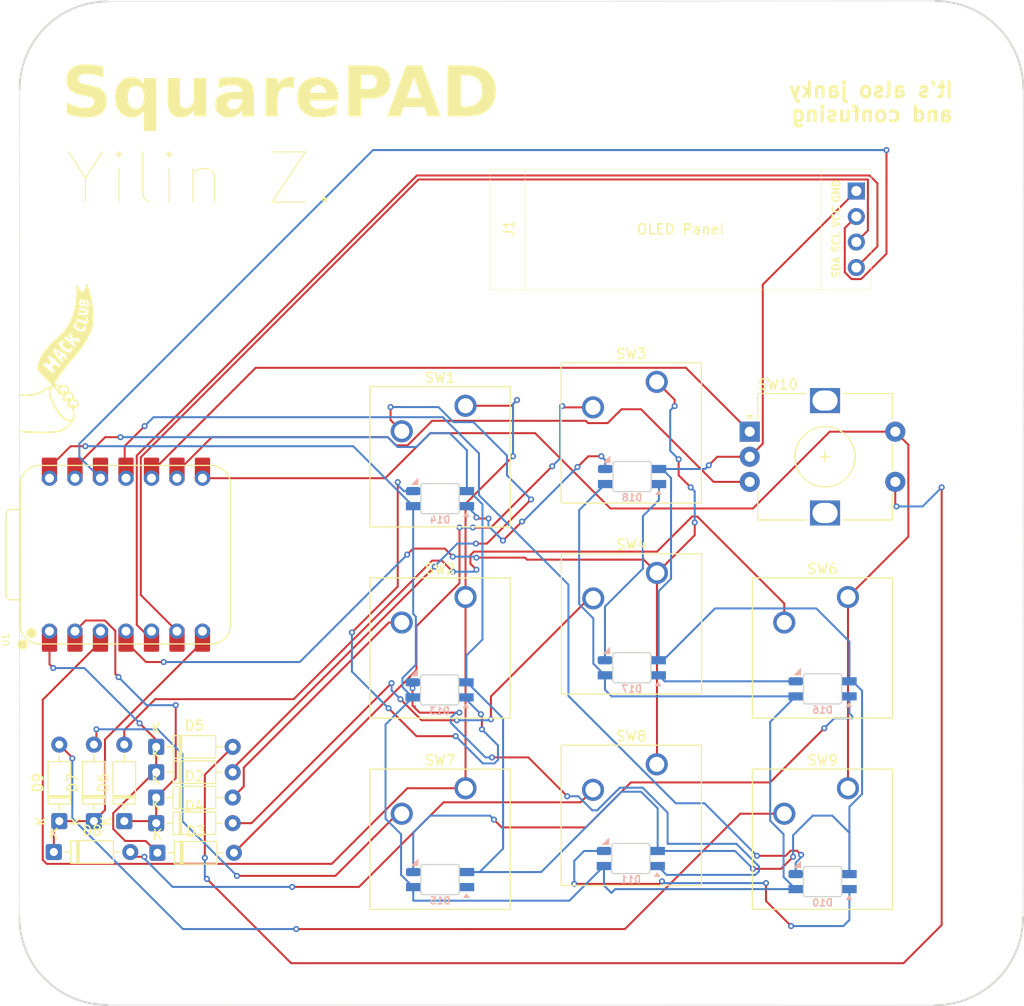
<source format=kicad_pcb>
(kicad_pcb (version 20241229) (generator "pcbnew") (generator_version "9.0")
  (layers (0 "F.Cu" signal) (2 "B.Cu" signal) (13 "F.Paste" user) (15 "B.Paste" user) (5 "F.SilkS" user "F.Silkscreen") (7 "B.SilkS" user "B.Silkscreen") (1 "F.Mask" user) (3 "B.Mask" user) (25 "Edge.Cuts" user))
  (net 0 "")
  (net 1 "+5V")
  (net 2 "GND")
  (net 3 "Row0")
  (net 4 "Net-(D1-A)")
  (net 5 "Row1")
  (net 6 "Net-(D2-A)")
  (net 7 "Net-(D3-A)")
  (net 8 "Net-(D4-A)")
  (net 9 "ROTSWO")
  (net 10 "Net-(D6-A)")
  (net 11 "Row2")
  (net 12 "Net-(D7-A)")
  (net 13 "Net-(D8-A)")
  (net 14 "Net-(D9-A)")
  (net 15 "LEDs")
  (net 16 "Net-(D10-DOUT)")
  (net 17 "Net-(D11-DOUT)")
  (net 18 "Net-(D13-DOUT)")
  (net 19 "Net-(D14-DOUT)")
  (net 21 "Net-(D15-DIN)")
  (net 22 "Net-(D16-DIN)")
  (net 23 "Net-(D17-DIN)")
  (net 24 "OLEDSCL")
  (net 25 "OLEDSDA")
  (net 26 "Col0")
  (net 27 "Col1")
  (net 28 "Col2")
  (net 29 "ROTENCA")
  (net 30 "ROTENCB")
  (net 31 "+3V3")
  (footprint "3dmodeled:SW_Cherry_MX_1.00u_PCB_3d" (layer "F.Cu") (at 140.66875 92.77125)
    (property "Reference" "SW1")
    (property "Value" "SW_Push")
  )
  (footprint "Diode_THT:D_DO-35_SOD27_P7.62mm_Horizontal" (layer "F.Cu") (at 103.65 134.145 90)
    (property "Reference" "D7")
    (property "Value" "1N4148")
  )
  (footprint "3dmodeled:SW_Cherry_MX_1.00u_PCB_3d" (layer "F.Cu") (at 140.66875 111.82125)
    (property "Reference" "SW2")
    (property "Value" "SW_Push")
  )
  (footprint "3dmodeled:SW_Cherry_MX_1.00u_PCB_3d" (layer "F.Cu") (at 140.66875 130.87125)
    (property "Reference" "SW7")
    (property "Value" "SW_Push")
  )
  (footprint "3dmodeled:SW_Cherry_MX_1.00u_PCB_3d" (layer "F.Cu") (at 159.71875 90.39)
    (property "Reference" "SW3")
    (property "Value" "SW_Push")
  )
  (footprint "Diode_THT:D_DO-35_SOD27_P7.62mm_Horizontal" (layer "F.Cu") (at 109.855 131.8)
    (property "Reference" "D2")
    (property "Value" "1N4148" (hide yes))
  )
  (footprint "OPL:XIAO-RP2040-DIP" (layer "F.Cu") (at 106.845 107.605 90)
    (property "Reference" "U1")
    (property "Value" "XIAO-RP2040-DIP")
  )
  (footprint "LOGO" (layer "F.Cu") (at 100.5 88.1 90)
    (property "Reference" "G***" (hide yes))
    (property "Value" "LOGO" (hide yes))
  )
  (footprint "3dmodeled:SW_Cherry_MX_1.00u_PCB_3d" (layer "F.Cu") (at 159.71875 128.49)
    (property "Reference" "SW8")
    (property "Value" "SW_Push")
  )
  (footprint "Diode_THT:D_DO-35_SOD27_P7.62mm_Horizontal" (layer "F.Cu") (at 109.855 129.275)
    (property "Reference" "D1" (hide yes))
    (property "Value" "1N4148")
  )
  (footprint "Diode_THT:D_DO-35_SOD27_P7.62mm_Horizontal" (layer "F.Cu") (at 106.675 134.145 90)
    (property "Reference" "D6")
    (property "Value" "1N4148")
  )
  (footprint "Diode_THT:D_DO-35_SOD27_P7.62mm_Horizontal" (layer "F.Cu") (at 109.98 137.3)
    (property "Reference" "D3")
    (property "Value" "1N4148" (hide yes))
  )
  (footprint "Rotary_Encoder:RotaryEncoder_Alps_EC12E-Switch_Vertical_H20mm" (layer "F.Cu") (at 168.97875 95.35125)
    (property "Reference" "SW10")
    (property "Value" "RotaryEncoder_Switch")
  )
  (footprint "Diode_THT:D_DO-35_SOD27_P7.62mm_Horizontal" (layer "F.Cu") (at 109.855 134.35)
    (property "Reference" "D4")
    (property "Value" "1N4148" (hide yes))
  )
  (footprint "3dmodeled:SW_Cherry_MX_1.00u_PCB_3d" (layer "F.Cu") (at 178.76875 130.87125)
    (property "Reference" "SW9")
    (property "Value" "SW_Push")
  )
  (footprint "Diode_THT:D_DO-35_SOD27_P7.62mm_Horizontal" (layer "F.Cu") (at 99.655 137.225)
    (property "Reference" "D8")
    (property "Value" "1N4148")
  )
  (footprint "3dmodeled:SW_Cherry_MX_1.00u_PCB_3d" (layer "F.Cu") (at 178.76875 111.82125)
    (property "Reference" "SW6")
    (property "Value" "SW_Push")
  )
  (footprint "Downloads:SSD1306-0.91-OLED-4pin-128x32" (layer "F.Cu") (at 143.1 69.19)
    (property "Reference" "J1")
    (property "Value" "Conn_01x04")
  )
  (footprint "Diode_THT:D_DO-35_SOD27_P7.62mm_Horizontal" (layer "F.Cu") (at 100.2 134.145 90)
    (property "Reference" "D9")
    (property "Value" "1N4148")
  )
  (footprint "Diode_THT:D_DO-35_SOD27_P7.62mm_Horizontal" (layer "F.Cu") (at 109.855 126.75)
    (property "Reference" "D5")
    (property "Value" "1N4148")
  )
  (footprint "3dmodeled:SW_Cherry_MX_1.00u_PCB_3d" (layer "F.Cu") (at 159.74 109.42)
    (property "Reference" "SW4")
    (property "Value" "SW_Push")
  )
  (footprint "Downloads:SK6812-MINI-E" (layer "B.Cu") (at 176.235 140.17 180)
    (property "Reference" "D10")
    (property "Value" "SK6812MINI" (hide yes))
    (fp_line (start 1.9 1.3) (end 1.9 -1.3) (stroke (width 0.12)) (layer "Edge.Cuts"))
    (fp_line (start 1.7 -1.5) (end -1.7 -1.5) (stroke (width 0.12)) (layer "Edge.Cuts"))
    (fp_line (start -1.7 1.5) (end 1.7 1.5) (stroke (width 0.12)) (layer "Edge.Cuts"))
    (fp_line (start -1.9 -1.3) (end -1.9 1.3) (stroke (width 0.12)) (layer "Edge.Cuts"))
    (fp_arc (start 1.9 1.3) (mid 1.841421 1.441421) (end 1.7 1.5) (stroke (width 0.12)) (layer "Edge.Cuts"))
    (fp_arc (start 1.7 -1.5) (mid 1.841421 -1.441421) (end 1.9 -1.3) (stroke (width 0.12)) (layer "Edge.Cuts"))
    (fp_arc (start -1.7 1.5) (mid -1.841421 1.441421) (end -1.9 1.3) (stroke (width 0.12)) (layer "Edge.Cuts"))
    (fp_arc (start -1.9 -1.3) (mid -1.841421 -1.441421) (end -1.7 -1.5) (stroke (width 0.12)) (layer "Edge.Cuts"))
  )
  (footprint "Downloads:SK6812-MINI-E" (layer "B.Cu") (at 138.12875 102.02 180)
    (property "Reference" "D14")
    (property "Value" "SK6812MINI" (hide yes))
    (fp_line (start 1.9 1.3) (end 1.9 -1.3) (stroke (width 0.12)) (layer "Edge.Cuts"))
    (fp_line (start 1.7 -1.5) (end -1.7 -1.5) (stroke (width 0.12)) (layer "Edge.Cuts"))
    (fp_line (start -1.7 1.5) (end 1.7 1.5) (stroke (width 0.12)) (layer "Edge.Cuts"))
    (fp_line (start -1.9 -1.3) (end -1.9 1.3) (stroke (width 0.12)) (layer "Edge.Cuts"))
    (fp_arc (start 1.9 1.3) (mid 1.841421 1.441421) (end 1.7 1.5) (stroke (width 0.12)) (layer "Edge.Cuts"))
    (fp_arc (start 1.7 -1.5) (mid 1.841421 -1.441421) (end 1.9 -1.3) (stroke (width 0.12)) (layer "Edge.Cuts"))
    (fp_arc (start -1.7 1.5) (mid -1.841421 1.441421) (end -1.9 1.3) (stroke (width 0.12)) (layer "Edge.Cuts"))
    (fp_arc (start -1.9 -1.3) (mid -1.841421 -1.441421) (end -1.7 -1.5) (stroke (width 0.12)) (layer "Edge.Cuts"))
  )
  (footprint "Downloads:SK6812-MINI-E" (layer "B.Cu") (at 157.235 118.87 180)
    (property "Reference" "D17")
    (property "Value" "SK6812MINI" (hide yes))
    (fp_line (start 1.9 1.3) (end 1.9 -1.3) (stroke (width 0.12)) (layer "Edge.Cuts"))
    (fp_line (start 1.7 -1.5) (end -1.7 -1.5) (stroke (width 0.12)) (layer "Edge.Cuts"))
    (fp_line (start -1.7 1.5) (end 1.7 1.5) (stroke (width 0.12)) (layer "Edge.Cuts"))
    (fp_line (start -1.9 -1.3) (end -1.9 1.3) (stroke (width 0.12)) (layer "Edge.Cuts"))
    (fp_arc (start 1.9 1.3) (mid 1.841421 1.441421) (end 1.7 1.5) (stroke (width 0.12)) (layer "Edge.Cuts"))
    (fp_arc (start 1.7 -1.5) (mid 1.841421 -1.441421) (end 1.9 -1.3) (stroke (width 0.12)) (layer "Edge.Cuts"))
    (fp_arc (start -1.7 1.5) (mid -1.841421 1.441421) (end -1.9 1.3) (stroke (width 0.12)) (layer "Edge.Cuts"))
    (fp_arc (start -1.9 -1.3) (mid -1.841421 -1.441421) (end -1.7 -1.5) (stroke (width 0.12)) (layer "Edge.Cuts"))
  )
  (footprint "Downloads:SK6812-MINI-E" (layer "B.Cu") (at 138.085 121.07 180)
    (property "Reference" "D13")
    (property "Value" "SK6812MINI" (hide yes))
    (fp_line (start 1.9 1.3) (end 1.9 -1.3) (stroke (width 0.12)) (layer "Edge.Cuts"))
    (fp_line (start 1.7 -1.5) (end -1.7 -1.5) (stroke (width 0.12)) (layer "Edge.Cuts"))
    (fp_line (start -1.7 1.5) (end 1.7 1.5) (stroke (width 0.12)) (layer "Edge.Cuts"))
    (fp_line (start -1.9 -1.3) (end -1.9 1.3) (stroke (width 0.12)) (layer "Edge.Cuts"))
    (fp_arc (start 1.9 1.3) (mid 1.841421 1.441421) (end 1.7 1.5) (stroke (width 0.12)) (layer "Edge.Cuts"))
    (fp_arc (start 1.7 -1.5) (mid 1.841421 -1.441421) (end 1.9 -1.3) (stroke (width 0.12)) (layer "Edge.Cuts"))
    (fp_arc (start -1.7 1.5) (mid -1.841421 1.441421) (end -1.9 1.3) (stroke (width 0.12)) (layer "Edge.Cuts"))
    (fp_arc (start -1.9 -1.3) (mid -1.841421 -1.441421) (end -1.7 -1.5) (stroke (width 0.12)) (layer "Edge.Cuts"))
  )
  (footprint "Downloads:SK6812-MINI-E" (layer "B.Cu") (at 138.135 139.97 180)
    (property "Reference" "D15")
    (property "Value" "SK6812MINI" (hide yes))
    (fp_line (start 1.9 1.3) (end 1.9 -1.3) (stroke (width 0.12)) (layer "Edge.Cuts"))
    (fp_line (start 1.7 -1.5) (end -1.7 -1.5) (stroke (width 0.12)) (layer "Edge.Cuts"))
    (fp_line (start -1.7 1.5) (end 1.7 1.5) (stroke (width 0.12)) (layer "Edge.Cuts"))
    (fp_line (start -1.9 -1.3) (end -1.9 1.3) (stroke (width 0.12)) (layer "Edge.Cuts"))
    (fp_arc (start 1.9 1.3) (mid 1.841421 1.441421) (end 1.7 1.5) (stroke (width 0.12)) (layer "Edge.Cuts"))
    (fp_arc (start 1.7 -1.5) (mid 1.841421 -1.441421) (end 1.9 -1.3) (stroke (width 0.12)) (layer "Edge.Cuts"))
    (fp_arc (start -1.7 1.5) (mid -1.841421 1.441421) (end -1.9 1.3) (stroke (width 0.12)) (layer "Edge.Cuts"))
    (fp_arc (start -1.9 -1.3) (mid -1.841421 -1.441421) (end -1.7 -1.5) (stroke (width 0.12)) (layer "Edge.Cuts"))
  )
  (footprint "Downloads:SK6812-MINI-E" (layer "B.Cu") (at 157.135 137.87 180)
    (property "Reference" "D11")
    (property "Value" "SK6812MINI" (hide yes))
    (fp_line (start 1.9 1.3) (end 1.9 -1.3) (stroke (width 0.12)) (layer "Edge.Cuts"))
    (fp_line (start 1.7 -1.5) (end -1.7 -1.5) (stroke (width 0.12)) (layer "Edge.Cuts"))
    (fp_line (start -1.7 1.5) (end 1.7 1.5) (stroke (width 0.12)) (layer "Edge.Cuts"))
    (fp_line (start -1.9 -1.3) (end -1.9 1.3) (stroke (width 0.12)) (layer "Edge.Cuts"))
    (fp_arc (start 1.9 1.3) (mid 1.841421 1.441421) (end 1.7 1.5) (stroke (width 0.12)) (layer "Edge.Cuts"))
    (fp_arc (start 1.7 -1.5) (mid 1.841421 -1.441421) (end 1.9 -1.3) (stroke (width 0.12)) (layer "Edge.Cuts"))
    (fp_arc (start -1.7 1.5) (mid -1.841421 1.441421) (end -1.9 1.3) (stroke (width 0.12)) (layer "Edge.Cuts"))
    (fp_arc (start -1.9 -1.3) (mid -1.841421 -1.441421) (end -1.7 -1.5) (stroke (width 0.12)) (layer "Edge.Cuts"))
  )
  (footprint "Downloads:SK6812-MINI-E" (layer "B.Cu") (at 157.26 99.82 180)
    (property "Reference" "D18")
    (property "Value" "SK6812MINI" (hide yes))
    (fp_line (start 1.9 1.3) (end 1.9 -1.3) (stroke (width 0.12)) (layer "Edge.Cuts"))
    (fp_line (start 1.7 -1.5) (end -1.7 -1.5) (stroke (width 0.12)) (layer "Edge.Cuts"))
    (fp_line (start -1.7 1.5) (end 1.7 1.5) (stroke (width 0.12)) (layer "Edge.Cuts"))
    (fp_line (start -1.9 -1.3) (end -1.9 1.3) (stroke (width 0.12)) (layer "Edge.Cuts"))
    (fp_arc (start 1.9 1.3) (mid 1.841421 1.441421) (end 1.7 1.5) (stroke (width 0.12)) (layer "Edge.Cuts"))
    (fp_arc (start 1.7 -1.5) (mid 1.841421 -1.441421) (end 1.9 -1.3) (stroke (width 0.12)) (layer "Edge.Cuts"))
    (fp_arc (start -1.7 1.5) (mid -1.841421 1.441421) (end -1.9 1.3) (stroke (width 0.12)) (layer "Edge.Cuts"))
    (fp_arc (start -1.9 -1.3) (mid -1.841421 -1.441421) (end -1.7 -1.5) (stroke (width 0.12)) (layer "Edge.Cuts"))
  )
  (footprint "Downloads:SK6812-MINI-E" (layer "B.Cu") (at 176.235 120.97 180)
    (property "Reference" "D16")
    (property "Value" "SK6812MINI" (hide yes))
    (fp_line (start 1.9 1.3) (end 1.9 -1.3) (stroke (width 0.12)) (layer "Edge.Cuts"))
    (fp_line (start 1.7 -1.5) (end -1.7 -1.5) (stroke (width 0.12)) (layer "Edge.Cuts"))
    (fp_line (start -1.7 1.5) (end 1.7 1.5) (stroke (width 0.12)) (layer "Edge.Cuts"))
    (fp_line (start -1.9 -1.3) (end -1.9 1.3) (stroke (width 0.12)) (layer "Edge.Cuts"))
    (fp_arc (start 1.9 1.3) (mid 1.841421 1.441421) (end 1.7 1.5) (stroke (width 0.12)) (layer "Edge.Cuts"))
    (fp_arc (start 1.7 -1.5) (mid 1.841421 -1.441421) (end 1.9 -1.3) (stroke (width 0.12)) (layer "Edge.Cuts"))
    (fp_arc (start -1.7 1.5) (mid -1.841421 1.441421) (end -1.9 1.3) (stroke (width 0.12)) (layer "Edge.Cuts"))
    (fp_arc (start -1.9 -1.3) (mid -1.841421 -1.441421) (end -1.7 -1.5) (stroke (width 0.12)) (layer "Edge.Cuts"))
  )
  (gr_arc (start 187.475 52.45) (mid 193.662184 55.012816) (end 196.225 61.2) (stroke (width 0.2)) (layer "Edge.Cuts"))
  (gr_line (start 105 52.5) (end 187.475 52.45) (stroke (width 0.05)) (layer "Edge.Cuts"))
  (gr_arc (start 196.2 143.725) (mid 193.637184 149.912184) (end 187.45 152.475) (stroke (width 0.2)) (layer "Edge.Cuts"))
  (gr_line (start 187.45 152.475) (end 104.975 152.45) (stroke (width 0.05)) (layer "Edge.Cuts"))
  (gr_arc (start 104.975 152.45) (mid 98.787816 149.887184) (end 96.225 143.7) (stroke (width 0.2)) (layer "Edge.Cuts"))
  (gr_line (start 196.225 61.2) (end 196.2 143.725) (stroke (width 0.05)) (layer "Edge.Cuts"))
  (gr_line (start 96.225 143.7) (end 96.25 61.25) (stroke (width 0.05)) (layer "Edge.Cuts"))
  (gr_arc (start 96.25 61.25) (mid 98.812816 55.062816) (end 105 52.5) (stroke (width 0.2)) (layer "Edge.Cuts"))
  (gr_text "SquarePAD" (at 100.4 64.8 0) (layer "F.SilkS") (effects (font (size 5 5) (thickness 0.2) (bold yes)) (justify left bottom)))
  (gr_text "Yilin Z.\n" (at 100.6 73.1 0) (layer "F.SilkS") (effects (font (size 5 5) (thickness 0.1)) (justify left bottom)))
  (gr_text "It's also janky\nand confusing\n" (at 189.4 64.6 0) (layer "F.SilkS") (effects (font (size 1.5 1.5) (thickness 0.3) (bold yes)) (justify left bottom mirror)))
  (segment (start 99.225 99.985) (end 99.225 98.90737) (width 0.2) (layer "F.Cu") (net 1))
  (segment (start 99.225 98.90737) (end 101.33237 96.8) (width 0.2) (layer "F.Cu") (net 1))
  (segment (start 101.33237 96.8) (end 102.8 96.8) (width 0.2) (layer "F.Cu") (net 1))
  (via (at 102.8 96.8) (size 0.6) (drill 0.3) (layers "F.Cu" "B.Cu") (net 1))
  (segment (start 151.009 142.071) (end 154.46 138.62) (width 0.2) (layer "B.Cu") (net 1))
  (segment (start 135.46 142.020879) (end 135.510121 142.071) (width 0.2) (layer "B.Cu") (net 1))
  (segment (start 172.34975 139.70975) (end 172.34975 135.44975) (width 0.2) (layer "B.Cu") (net 1))
  (segment (start 173.56 140.92) (end 172.34975 139.70975) (width 0.2) (layer "B.Cu") (net 1))
  (segment (start 154.46 138.62) (end 154.46 140.56) (width 0.2) (layer "B.Cu") (net 1))
  (segment (start 135.45375 102.77) (end 135.45375 113.514936) (width 0.2) (layer "B.Cu") (net 1))
  (segment (start 155.22 121.72) (end 154.56 121.06) (width 0.2) (layer "B.Cu") (net 1))
  (segment (start 153.4 113.951314) (end 151.989 112.540314) (width 0.2) (layer "B.Cu") (net 1))
  (segment (start 172.34975 135.44975) (end 171.01775 134.11775) (width 0.2) (layer "B.Cu") (net 1))
  (segment (start 154.46 140.56) (end 155.2 141.3) (width 0.2) (layer "B.Cu") (net 1))
  (segment (start 155.2 141.3) (end 155.58 140.92) (width 0.2) (layer "B.Cu") (net 1))
  (segment (start 135.46 140.72) (end 135.46 142.020879) (width 0.2) (layer "B.Cu") (net 1))
  (segment (start 153.4 118.46) (end 153.4 113.951314) (width 0.2) (layer "B.Cu") (net 1))
  (segment (start 135.71975 118.563976) (end 134.384 119.899726) (width 0.2) (layer "B.Cu") (net 1))
  (segment (start 135.510121 142.071) (end 151.009 142.071) (width 0.2) (layer "B.Cu") (net 1))
  (segment (start 171.01775 134.11775) (end 171.01775 124.26225) (width 0.2) (layer "B.Cu") (net 1))
  (segment (start 134.384 120.794) (end 135.41 121.82) (width 0.2) (layer "B.Cu") (net 1))
  (segment (start 129.48375 96.8) (end 135.45375 102.77) (width 0.2) (layer "B.Cu") (net 1))
  (segment (start 151.989 112.540314) (end 151.989 103.166) (width 0.2) (layer "B.Cu") (net 1))
  (segment (start 154.56 119.62) (end 153.4 118.46) (width 0.2) (layer "B.Cu") (net 1))
  (segment (start 135.71975 113.780936) (end 135.71975 118.563976) (width 0.2) (layer "B.Cu") (net 1))
  (segment (start 173.56 121.72) (end 155.22 121.72) (width 0.2) (layer "B.Cu") (net 1))
  (segment (start 171.01775 124.26225) (end 173.56 121.72) (width 0.2) (layer "B.Cu") (net 1))
  (segment (start 132.7 133.90403) (end 132.7 124.53) (width 0.2) (layer "B.Cu") (net 1))
  (segment (start 134.24975 135.45378) (end 132.7 133.90403) (width 0.2) (layer "B.Cu") (net 1))
  (segment (start 134.384 119.899726) (end 134.384 120.794) (width 0.2) (layer "B.Cu") (net 1))
  (segment (start 132.7 124.53) (end 135.41 121.82) (width 0.2) (layer "B.Cu") (net 1))
  (segment (start 134.24975 139.50975) (end 134.24975 135.45378) (width 0.2) (layer "B.Cu") (net 1))
  (segment (start 155.58 140.92) (end 173.56 140.92) (width 0.2) (layer "B.Cu") (net 1))
  (segment (start 151.989 103.166) (end 154.585 100.57) (width 0.2) (layer "B.Cu") (net 1))
  (segment (start 135.46 140.72) (end 134.24975 139.50975) (width 0.2) (layer "B.Cu") (net 1))
  (segment (start 102.8 96.8) (end 129.48375 96.8) (width 0.2) (layer "B.Cu") (net 1))
  (segment (start 135.45375 113.514936) (end 135.71975 113.780936) (width 0.2) (layer "B.Cu") (net 1))
  (segment (start 154.56 121.06) (end 154.56 119.62) (width 0.2) (layer "B.Cu") (net 1))
  (segment (start 165.74875 97.85125) (end 168.97875 97.85125) (width 0.2) (layer "F.Cu") (net 2))
  (segment (start 101.765 98.90737) (end 104.77237 95.9) (width 0.2) (layer "F.Cu") (net 2))
  (segment (start 172.1 138.9) (end 173.3 137.7) (width 0.2) (layer "F.Cu") (net 2))
  (segment (start 104.77237 95.9) (end 106.3 95.9) (width 0.2) (layer "F.Cu") (net 2))
  (segment (start 170.27975 80.70025) (end 179.6 71.38) (width 0.2) (layer "F.Cu") (net 2))
  (segment (start 164.9 98.7) (end 165.74875 97.85125) (width 0.2) (layer "F.Cu") (net 2))
  (segment (start 101.765 99.985) (end 101.765 98.90737) (width 0.2) (layer "F.Cu") (net 2))
  (segment (start 170.27975 96.55025) (end 170.27975 80.70025) (width 0.2) (layer "F.Cu") (net 2))
  (segment (start 169.3 138.9) (end 172.1 138.9) (width 0.2) (layer "F.Cu") (net 2))
  (segment (start 168.97875 97.85125) (end 170.27975 96.55025) (width 0.2) (layer "F.Cu") (net 2))
  (via (at 106.3 95.9) (size 0.6) (drill 0.3) (layers "F.Cu" "B.Cu") (net 2))
  (via (at 173.3 137.7) (size 0.6) (drill 0.3) (layers "F.Cu" "B.Cu") (net 2))
  (via (at 164.9 98.7) (size 0.6) (drill 0.3) (layers "F.Cu" "B.Cu") (net 2))
  (via (at 169.3 138.9) (size 0.6) (drill 0.3) (layers "F.Cu" "B.Cu") (net 2))
  (segment (start 140.82 120.32) (end 144.40975 123.90975) (width 0.2) (layer "B.Cu") (net 2))
  (segment (start 175.254934 133.60025) (end 177.202566 133.60025) (width 0.2) (layer "B.Cu") (net 2))
  (segment (start 178.91 139.42) (end 178.91 132.711314) (width 0.2) (layer "B.Cu") (net 2))
  (segment (start 140.81 139.22) (end 148.203934 139.22) (width 0.2) (layer "B.Cu") (net 2))
  (segment (start 139.102566 95.50025) (end 140.80375 97.201434) (width 0.2) (layer "B.Cu") (net 2))
  (segment (start 159.91 118.12) (end 159.91 111.231314) (width 0.2) (layer "B.Cu") (net 2))
  (segment (start 137.154934 95.50025) (end 139.102566 95.50025) (width 0.2) (layer "B.Cu") (net 2))
  (segment (start 180.16975 121.16475) (end 179.225 120.22) (width 0.2) (layer "B.Cu") (net 2))
  (segment (start 175.612566 112.96025) (end 165.51822 112.96025) (width 0.2) (layer "B.Cu") (net 2))
  (segment (start 161.141 110.000314) (end 161.141 99.961) (width 0.2) (layer "B.Cu") (net 2))
  (segment (start 177.202566 133.60025) (end 178.91 135.307684) (width 0.2) (layer "B.Cu") (net 2))
  (segment (start 180.16975 131.451564) (end 180.16975 121.16475) (width 0.2) (layer "B.Cu") (net 2))
  (segment (start 173.3 137.7) (end 173.3 135.555184) (width 0.2) (layer "B.Cu") (net 2))
  (segment (start 148.203934 139.22) (end 156.204934 131.219) (width 0.2) (layer "B.Cu") (net 2))
  (segment (start 173.3 135.555184) (end 175.254934 133.60025) (width 0.2) (layer "B.Cu") (net 2))
  (segment (start 142.08 139.22) (end 140.81 139.22) (width 0.2) (layer "B.Cu") (net 2))
  (segment (start 167.52 137.12) (end 169.3 138.9) (width 0.2) (layer "B.Cu") (net 2))
  (segment (start 159.81 137.12) (end 167.52 137.12) (width 0.2) (layer "B.Cu") (net 2))
  (segment (start 178.91 116.257684) (end 175.612566 112.96025) (width 0.2) (layer "B.Cu") (net 2))
  (segment (start 159.91 111.231314) (end 161.141 110.000314) (width 0.2) (layer "B.Cu") (net 2))
  (segment (start 165.51822 112.96025) (end 160.35847 118.12) (width 0.2) (layer "B.Cu") (net 2))
  (segment (start 106.3 95.9) (end 132.926186 95.9) (width 0.2) (layer "B.Cu") (net 2))
  (segment (start 141.04075 101.27) (end 142.355765 102.585015) (width 0.2) (layer "B.Cu") (net 2))
  (segment (start 161.141 99.961) (end 160.25 99.07) (width 0.2) (layer "B.Cu") (net 2))
  (segment (start 159.81 132.876434) (end 159.81 137.12) (width 0.2) (layer "B.Cu") (net 2))
  (segment (start 142.355765 102.585015) (end 142.355765 116.055765) (width 0.2) (layer "B.Cu") (net 2))
  (segment (start 142.355765 116.055765) (end 140.76 117.65153) (width 0.2) (layer "B.Cu") (net 2))
  (segment (start 144.40975 123.90975) (end 144.40975 136.89025) (width 0.2) (layer "B.Cu") (net 2))
  (segment (start 160.25 99.07) (end 159.935 99.07) (width 0.2) (layer "B.Cu") (net 2))
  (segment (start 178.91 132.711314) (end 180.16975 131.451564) (width 0.2) (layer "B.Cu") (net 2))
  (segment (start 179.225 120.22) (end 178.91 120.22) (width 0.2) (layer "B.Cu") (net 2))
  (segment (start 160.35847 118.12) (end 159.91 118.12) (width 0.2) (layer "B.Cu") (net 2))
  (segment (start 140.76 120.32) (end 140.82 120.32) (width 0.2) (layer "B.Cu") (net 2))
  (segment (start 140.76 117.65153) (end 140.76 120.32) (width 0.2) (layer "B.Cu") (net 2))
  (segment (start 144.40975 136.89025) (end 142.08 139.22) (width 0.2) (layer "B.Cu") (net 2))
  (segment (start 164.53 99.07) (end 164.9 98.7) (width 0.2) (layer "B.Cu") (net 2))
  (segment (start 140.80375 97.201434) (end 140.80375 101.27) (width 0.2) (layer "B.Cu") (net 2))
  (segment (start 178.91 120.22) (end 178.91 116.257684) (width 0.2) (layer "B.Cu") (net 2))
  (segment (start 156.204934 131.219) (end 158.152566 131.219) (width 0.2) (layer "B.Cu") (net 2))
  (segment (start 140.80375 101.27) (end 141.04075 101.27) (width 0.2) (layer "B.Cu") (net 2))
  (segment (start 158.152566 131.219) (end 159.81 132.876434) (width 0.2) (layer "B.Cu") (net 2))
  (segment (start 133.90362 96.877434) (end 135.77775 96.877434) (width 0.2) (layer "B.Cu") (net 2))
  (segment (start 178.91 135.307684) (end 178.91 139.42) (width 0.2) (layer "B.Cu") (net 2))
  (segment (start 132.926186 95.9) (end 133.90362 96.877434) (width 0.2) (layer "B.Cu") (net 2))
  (segment (start 159.935 99.07) (end 164.53 99.07) (width 0.2) (layer "B.Cu") (net 2))
  (segment (start 135.77775 96.877434) (end 137.154934 95.50025) (width 0.2) (layer "B.Cu") (net 2))
  (segment (start 105.574 133.35984) (end 105.574 134.93016) (width 0.2) (layer "F.Cu") (net 3))
  (segment (start 106.76784 136.124) (end 108.804 136.124) (width 0.2) (layer "F.Cu") (net 3))
  (segment (start 108.2 124.4) (end 109.855 126.055) (width 0.2) (layer "F.Cu") (net 3))
  (segment (start 109.855 126.055) (end 109.855 126.75) (width 0.2) (layer "F.Cu") (net 3))
  (segment (start 99.225 118.525) (end 99.6 118.9) (width 0.2) (layer "F.Cu") (net 3))
  (segment (start 109.855 129.275) (end 109.65884 129.275) (width 0.2) (layer "F.Cu") (net 3))
  (segment (start 99.225 115.225) (end 99.225 118.525) (width 0.2) (layer "F.Cu") (net 3))
  (segment (start 108.804 136.124) (end 109.98 137.3) (width 0.2) (layer "F.Cu") (net 3))
  (segment (start 109.855 126.75) (end 109.855 129.275) (width 0.2) (layer "F.Cu") (net 3))
  (segment (start 105.574 134.93016) (end 106.76784 136.124) (width 0.2) (layer "F.Cu") (net 3))
  (segment (start 109.65884 129.275) (end 105.574 133.35984) (width 0.2) (layer "F.Cu") (net 3))
  (via (at 99.6 118.9) (size 0.6) (drill 0.3) (layers "F.Cu" "B.Cu") (net 3))
  (via (at 108.2 124.4) (size 0.6) (drill 0.3) (layers "F.Cu" "B.Cu") (net 3))
  (segment (start 102.7 118.9) (end 108.2 124.4) (width 0.2) (layer "B.Cu") (net 3))
  (segment (start 99.6 118.9) (end 102.7 118.9) (width 0.2) (layer "B.Cu") (net 3))
  (segment (start 133.2 92.9) (end 133.2 94.1925) (width 0.2) (layer "F.Cu") (net 4))
  (segment (start 117.475 128.925) (end 137.6 108.8) (width 0.2) (layer "F.Cu") (net 4))
  (segment (start 142.8 106.5) (end 147.2 102.1) (width 0.2) (layer "F.Cu") (net 4))
  (segment (start 117.475 129.275) (end 117.475 128.925) (width 0.2) (layer "F.Cu") (net 4))
  (segment (start 141.7 106.5) (end 142.8 106.5) (width 0.2) (layer "F.Cu") (net 4))
  (segment (start 133.2 94.1925) (end 134.31875 95.31125) (width 0.2) (layer "F.Cu") (net 4))
  (via (at 133.2 92.9) (size 0.6) (drill 0.3) (layers "F.Cu" "B.Cu") (net 4))
  (via (at 147.2 102.1) (size 0.6) (drill 0.3) (layers "F.Cu" "B.Cu") (net 4))
  (via (at 137.6 108.8) (size 0.6) (drill 0.3) (layers "F.Cu" "B.Cu") (net 4))
  (via (at 141.7 106.5) (size 0.6) (drill 0.3) (layers "F.Cu" "B.Cu") (net 4))
  (segment (start 144.799 99.699) (end 144.799 97.74303) (width 0.2) (layer "B.Cu") (net 4))
  (segment (start 147.2 102.1) (end 144.799 99.699) (width 0.2) (layer "B.Cu") (net 4))
  (segment (start 139.850057 106.5) (end 141.7 106.5) (width 0.2) (layer "B.Cu") (net 4))
  (segment (start 137.6 108.8) (end 137.6 108.750057) (width 0.2) (layer "B.Cu") (net 4))
  (segment (start 137.9671 92.9) (end 133.2 92.9) (width 0.2) (layer "B.Cu") (net 4))
  (segment (start 137.6 108.750057) (end 139.850057 106.5) (width 0.2) (layer "B.Cu") (net 4))
  (segment (start 144.799 97.74303) (end 141.45597 94.4) (width 0.2) (layer "B.Cu") (net 4))
  (segment (start 139.4671 94.4) (end 137.9671 92.9) (width 0.2) (layer "B.Cu") (net 4))
  (segment (start 141.45597 94.4) (end 139.4671 94.4) (width 0.2) (layer "B.Cu") (net 4))
  (segment (start 111.8 122.6) (end 111.8 129.855) (width 0.2) (layer "F.Cu") (net 5))
  (segment (start 109.855 134.35) (end 109.75 134.35) (width 0.2) (layer "F.Cu") (net 5))
  (segment (start 109.855 131.8) (end 109.855 134.35) (width 0.2) (layer "F.Cu") (net 5))
  (segment (start 101.765 115.225) (end 102.828 114.162) (width 0.2) (layer "F.Cu") (net 5))
  (segment (start 109.545 134.145) (end 106.675 134.145) (width 0.2) (layer "F.Cu") (net 5))
  (segment (start 104.74531 114.162) (end 105.782 115.19869) (width 0.2) (layer "F.Cu") (net 5))
  (segment (start 109.75 134.35) (end 109.545 134.145) (width 0.2) (layer "F.Cu") (net 5))
  (segment (start 111.8 129.855) (end 109.855 131.8) (width 0.2) (layer "F.Cu") (net 5))
  (segment (start 105.782 115.19869) (end 105.782 119.482) (width 0.2) (layer "F.Cu") (net 5))
  (segment (start 105.782 119.482) (end 106.1 119.8) (width 0.2) (layer "F.Cu") (net 5))
  (segment (start 102.828 114.162) (end 104.74531 114.162) (width 0.2) (layer "F.Cu") (net 5))
  (via (at 106.1 119.8) (size 0.6) (drill 0.3) (layers "F.Cu" "B.Cu") (net 5))
  (via (at 111.8 122.6) (size 0.6) (drill 0.3) (layers "F.Cu" "B.Cu") (net 5))
  (segment (start 108.9 122.6) (end 111.8 122.6) (width 0.2) (layer "B.Cu") (net 5))
  (segment (start 106.1 119.8) (end 108.9 122.6) (width 0.2) (layer "B.Cu") (net 5))
  (segment (start 133.0337 114.36125) (end 118.576 128.81895) (width 0.2) (layer "F.Cu") (net 6))
  (segment (start 118.576 130.699) (end 117.475 131.8) (width 0.2) (layer "F.Cu") (net 6))
  (segment (start 134.31875 114.36125) (end 133.0337 114.36125) (width 0.2) (layer "F.Cu") (net 6))
  (segment (start 118.576 128.81895) (end 118.576 130.699) (width 0.2) (layer "F.Cu") (net 6))
  (segment (start 141.4 104.9) (end 143.2 104.9) (width 0.2) (layer "F.Cu") (net 7))
  (segment (start 117.6 137.3) (end 135.77775 119.12225) (width 0.2) (layer "F.Cu") (net 7))
  (segment (start 135.77775 114.730936) (end 140.06875 110.439936) (width 0.2) (layer "F.Cu") (net 7))
  (segment (start 135.77775 119.12225) (end 135.77775 114.730936) (width 0.2) (layer "F.Cu") (net 7))
  (segment (start 150.43 92.93) (end 153.36875 92.93) (width 0.2) (layer "F.Cu") (net 7))
  (segment (start 140.06875 110.439936) (end 140.06875 104.9) (width 0.2) (layer "F.Cu") (net 7))
  (segment (start 150.3 92.8) (end 150.43 92.93) (width 0.2) (layer "F.Cu") (net 7))
  (segment (start 143.2 104.9) (end 149.3 98.8) (width 0.2) (layer "F.Cu") (net 7))
  (via (at 141.4 104.9) (size 0.6) (drill 0.3) (layers "F.Cu" "B.Cu") (net 7))
  (via (at 149.3 98.8) (size 0.6) (drill 0.3) (layers "F.Cu" "B.Cu") (net 7))
  (via (at 140.06875 104.9) (size 0.6) (drill 0.3) (layers "F.Cu" "B.Cu") (net 7))
  (via (at 150.3 92.8) (size 0.6) (drill 0.3) (layers "F.Cu" "B.Cu") (net 7))
  (segment (start 150.1 93) (end 150.3 92.8) (width 0.2) (layer "B.Cu") (net 7))
  (segment (start 149.3 98.8) (end 150.1 98) (width 0.2) (layer "B.Cu") (net 7))
  (segment (start 150.1 98) (end 150.1 96.4) (width 0.2) (layer "B.Cu") (net 7))
  (segment (start 150.1 96.4) (end 150.1 93) (width 0.2) (layer "B.Cu") (net 7))
  (segment (start 140.06875 104.9) (end 141.4 104.9) (width 0.2) (layer "B.Cu") (net 7))
  (segment (start 143.2 121.72153) (end 152.96153 111.96) (width 0.2) (layer "F.Cu") (net 8))
  (segment (start 134.184998 122) (end 136.284998 124.1) (width 0.2) (layer "F.Cu") (net 8))
  (segment (start 119.35 134.35) (end 133.3 120.4) (width 0.2) (layer "F.Cu") (net 8))
  (segment (start 117.475 134.35) (end 119.35 134.35) (width 0.2) (layer "F.Cu") (net 8))
  (segment (start 143.2 124) (end 143.2 121.72153) (width 0.2) (layer "F.Cu") (net 8))
  (segment (start 136.284998 124.1) (end 139.8 124.1) (width 0.2) (layer "F.Cu") (net 8))
  (segment (start 152.96153 111.96) (end 153.39 111.96) (width 0.2) (layer "F.Cu") (net 8))
  (via (at 139.8 124.1) (size 0.6) (drill 0.3) (layers "F.Cu" "B.Cu") (net 8))
  (via (at 134.184998 122) (size 0.6) (drill 0.3) (layers "F.Cu" "B.Cu") (net 8))
  (via (at 133.3 120.4) (size 0.6) (drill 0.3) (layers "F.Cu" "B.Cu") (net 8))
  (via (at 143.2 124) (size 0.6) (drill 0.3) (layers "F.Cu" "B.Cu") (net 8))
  (segment (start 133.3 120.4) (end 133.3 121.115002) (width 0.2) (layer "B.Cu") (net 8))
  (segment (start 143.1 124.1) (end 143.2 124) (width 0.2) (layer "B.Cu") (net 8))
  (segment (start 133.3 121.115002) (end 134.184998 122) (width 0.2) (layer "B.Cu") (net 8))
  (segment (start 139.8 124.1) (end 143.1 124.1) (width 0.2) (layer "B.Cu") (net 8))
  (segment (start 114.9 139.9) (end 123.3 148.3) (width 0.2) (layer "F.Cu") (net 9))
  (segment (start 117.475 126.75) (end 114.7 129.525) (width 0.2) (layer "F.Cu") (net 9))
  (segment (start 188.1 144.5) (end 188.1 100.9) (width 0.2) (layer "F.Cu") (net 9))
  (segment (start 183.6 102.8) (end 183.47875 102.67875) (width 0.2) (layer "F.Cu") (net 9))
  (segment (start 114.7 129.525) (end 114.7 137.801) (width 0.2) (layer "F.Cu") (net 9))
  (segment (start 184.3 148.3) (end 188.1 144.5) (width 0.2) (layer "F.Cu") (net 9))
  (segment (start 123.3 148.3) (end 184.3 148.3) (width 0.2) (layer "F.Cu") (net 9))
  (segment (start 183.47875 102.67875) (end 183.47875 100.35125) (width 0.2) (layer "F.Cu") (net 9))
  (via (at 183.6 102.8) (size 0.6) (drill 0.3) (layers "F.Cu" "B.Cu") (net 9))
  (via (at 114.7 137.801) (size 0.6) (drill 0.3) (layers "F.Cu" "B.Cu") (net 9))
  (via (at 114.9 139.9) (size 0.6) (drill 0.3) (layers "F.Cu" "B.Cu") (net 9))
  (via (at 188.1 100.9) (size 0.6) (drill 0.3) (layers "F.Cu" "B.Cu") (net 9))
  (segment (start 188.1 100.9) (end 186.2 102.8) (width 0.2) (layer "B.Cu") (net 9))
  (segment (start 186.2 102.8) (end 183.6 102.8) (width 0.2) (layer "B.Cu") (net 9))
  (segment (start 114.7 137.801) (end 114.7 139.7) (width 0.2) (layer "B.Cu") (net 9))
  (segment (start 114.7 139.7) (end 114.9 139.9) (width 0.2) (layer "B.Cu") (net 9))
  (segment (start 123.551057 121.999) (end 137.351057 108.199) (width 0.2) (layer "F.Cu") (net 10))
  (segment (start 106.675 125.075057) (end 109.751057 121.999) (width 0.2) (layer "F.Cu") (net 10))
  (segment (start 163.251057 103.799) (end 163.748943 103.799) (width 0.2) (layer "F.Cu") (net 10))
  (segment (start 163.748943 103.799) (end 172.41875 112.468807) (width 0.2) (layer "F.Cu") (net 10))
  (segment (start 141.506822 107.299) (end 159.751057 107.299) (width 0.2) (layer "F.Cu") (net 10))
  (segment (start 138.299 108.199) (end 139.4 109.3) (width 0.2) (layer "F.Cu") (net 10))
  (segment (start 137.351057 108.199) (end 138.299 108.199) (width 0.2) (layer "F.Cu") (net 10))
  (segment (start 141.755765 109.1) (end 141.154765 108.499) (width 0.2) (layer "F.Cu") (net 10))
  (segment (start 141.154765 107.651057) (end 141.506822 107.299) (width 0.2) (layer "F.Cu") (net 10))
  (segment (start 159.751057 107.299) (end 163.251057 103.799) (width 0.2) (layer "F.Cu") (net 10))
  (segment (start 109.751057 121.999) (end 123.551057 121.999) (width 0.2) (layer "F.Cu") (net 10))
  (segment (start 141.154765 108.499) (end 141.154765 107.651057) (width 0.2) (layer "F.Cu") (net 10))
  (segment (start 172.41875 112.468807) (end 172.41875 114.36125) (width 0.2) (layer "F.Cu") (net 10))
  (segment (start 106.675 126.525) (end 106.675 125.075057) (width 0.2) (layer "F.Cu") (net 10))
  (via (at 141.755765 109.1) (size 0.6) (drill 0.3) (layers "F.Cu" "B.Cu") (net 10))
  (via (at 139.4 109.3) (size 0.6) (drill 0.3) (layers "F.Cu" "B.Cu") (net 10))
  (segment (start 141.555765 109.3) (end 141.755765 109.1) (width 0.2) (layer "B.Cu") (net 10))
  (segment (start 139.4 109.3) (end 141.555765 109.3) (width 0.2) (layer "B.Cu") (net 10))
  (segment (start 100.2 134.6) (end 99.655 135.145) (width 0.2) (layer "F.Cu") (net 11))
  (segment (start 99.655 135.145) (end 99.655 137.225) (width 0.2) (layer "F.Cu") (net 11))
  (segment (start 103.65 134.145) (end 100.2 134.145) (width 0.2) (layer "F.Cu") (net 11))
  (segment (start 114.465 115.225) (end 114.465 116.30263) (width 0.2) (layer "F.Cu") (net 11))
  (segment (start 100.2 134.145) (end 100.2 134.6) (width 0.2) (layer "F.Cu") (net 11))
  (segment (start 104.751 126.01663) (end 104.751 133.044) (width 0.2) (layer "F.Cu") (net 11))
  (segment (start 104.751 133.044) (end 103.65 134.145) (width 0.2) (layer "F.Cu") (net 11))
  (segment (start 114.465 116.30263) (end 104.751 126.01663) (width 0.2) (layer "F.Cu") (net 11))
  (segment (start 133.89028 133.41125) (end 127.70153 139.6) (width 0.2) (layer "F.Cu") (net 12))
  (segment (start 134.31875 133.41125) (end 133.89028 133.41125) (width 0.2) (layer "F.Cu") (net 12))
  (segment (start 103.9 126.275) (end 103.65 126.525) (width 0.2) (layer "F.Cu") (net 12))
  (segment (start 103.9 125) (end 103.9 126.275) (width 0.2) (layer "F.Cu") (net 12))
  (segment (start 127.70153 139.6) (end 117.9 139.6) (width 0.2) (layer "F.Cu") (net 12))
  (via (at 117.9 139.6) (size 0.6) (drill 0.3) (layers "F.Cu" "B.Cu") (net 12))
  (via (at 103.9 125) (size 0.6) (drill 0.3) (layers "F.Cu" "B.Cu") (net 12))
  (segment (start 117.9 139.6) (end 112.465643 134.165643) (width 0.2) (layer "B.Cu") (net 12))
  (segment (start 112.465643 127.474483) (end 109.99116 125) (width 0.2) (layer "B.Cu") (net 12))
  (segment (start 109.99116 125) (end 103.9 125) (width 0.2) (layer "B.Cu") (net 12))
  (segment (start 112.465643 134.165643) (end 112.465643 127.474483) (width 0.2) (layer "B.Cu") (net 12))
  (segment (start 108.68 137.697927) (end 107.747927 137.697927) (width 0.2) (layer "F.Cu") (net 13))
  (segment (start 152.1265 132.27225) (end 138.482934 132.27225) (width 0.2) (layer "F.Cu") (net 13))
  (segment (start 107.747927 137.697927) (end 107.275 137.225) (width 0.2) (layer "F.Cu") (net 13))
  (segment (start 138.482934 132.27225) (end 130.055184 140.7) (width 0.2) (layer "F.Cu") (net 13))
  (segment (start 153.36875 131.03) (end 152.1265 132.27225) (width 0.2) (layer "F.Cu") (net 13))
  (segment (start 130.055184 140.7) (end 123.4 140.7) (width 0.2) (layer "F.Cu") (net 13))
  (via (at 108.68 137.697927) (size 0.6) (drill 0.3) (layers "F.Cu" "B.Cu") (net 13))
  (via (at 123.4 140.7) (size 0.6) (drill 0.3) (layers "F.Cu" "B.Cu") (net 13))
  (segment (start 111.49384 140.7) (end 108.68 137.88616) (width 0.2) (layer "B.Cu") (net 13))
  (segment (start 108.68 137.88616) (end 108.68 137.697927) (width 0.2) (layer "B.Cu") (net 13))
  (segment (start 123.4 140.7) (end 111.49384 140.7) (width 0.2) (layer "B.Cu") (net 13))
  (segment (start 156.5455 144.9) (end 140.5 144.9) (width 0.2) (layer "F.Cu") (net 14))
  (segment (start 140.5 144.9) (end 123.8 144.9) (width 0.2) (layer "F.Cu") (net 14))
  (segment (start 101.5 127.9) (end 101.5 127.825) (width 0.2) (layer "F.Cu") (net 14))
  (segment (start 101.5 127.825) (end 100.2 126.525) (width 0.2) (layer "F.Cu") (net 14))
  (segment (start 168.03425 133.41125) (end 156.5455 144.9) (width 0.2) (layer "F.Cu") (net 14))
  (segment (start 172.41875 133.41125) (end 168.03425 133.41125) (width 0.2) (layer "F.Cu") (net 14))
  (via (at 123.8 144.9) (size 0.6) (drill 0.3) (layers "F.Cu" "B.Cu") (net 14))
  (via (at 101.5 127.9) (size 0.6) (drill 0.3) (layers "F.Cu" "B.Cu") (net 14))
  (segment (start 123.8 144.9) (end 112.51884 144.9) (width 0.2) (layer "B.Cu") (net 14))
  (segment (start 101.5 133.88116) (end 101.5 127.9) (width 0.2) (layer "B.Cu") (net 14))
  (segment (start 112.51884 144.9) (end 101.5 133.88116) (width 0.2) (layer "B.Cu") (net 14))
  (segment (start 106.715 99.855) (end 106.715 96.785) (width 0.2) (layer "F.Cu") (net 15))
  (segment (start 173.699 137.099) (end 174.1 137.5) (width 0.2) (layer "F.Cu") (net 15))
  (segment (start 169.7 137.6) (end 172.550057 137.6) (width 0.2) (layer "F.Cu") (net 15))
  (segment (start 173.051057 137.099) (end 173.699 137.099) (width 0.2) (layer "F.Cu") (net 15))
  (segment (start 106.845 99.985) (end 106.715 99.855) (width 0.2) (layer "F.Cu") (net 15))
  (segment (start 172.550057 137.6) (end 173.051057 137.099) (width 0.2) (layer "F.Cu") (net 15))
  (segment (start 106.715 96.785) (end 108.7 94.8) (width 0.2) (layer "F.Cu") (net 15))
  (via (at 169.7 137.6) (size 0.6) (drill 0.3) (layers "F.Cu" "B.Cu") (net 15))
  (via (at 108.7 94.8) (size 0.6) (drill 0.3) (layers "F.Cu" "B.Cu") (net 15))
  (via (at 174.1 137.5) (size 0.6) (drill 0.3) (layers "F.Cu" "B.Cu") (net 15))
  (segment (start 174.1 137.5) (end 174.1 137.749943) (width 0.2) (layer "B.Cu") (net 15))
  (segment (start 138.41025 93.91025) (end 142.00775 97.50775) (width 0.2) (layer "B.Cu") (net 15))
  (segment (start 164.469 132.369) (end 169.7 137.6) (width 0.2) (layer "B.Cu") (net 15))
  (segment (start 174.1 137.749943) (end 173.56 138.289943) (width 0.2) (layer "B.Cu") (net 15))
  (segment (start 150.919 121.671564) (end 161.616436 132.369) (width 0.2) (layer "B.Cu") (net 15))
  (segment (start 150.919 110.58115) (end 150.919 121.671564) (width 0.2) (layer "B.Cu") (net 15))
  (segment (start 108.7 94.8) (end 109.58975 93.91025) (width 0.2) (layer "B.Cu") (net 15))
  (segment (start 161.616436 132.369) (end 164.469 132.369) (width 0.2) (layer "B.Cu") (net 15))
  (segment (start 142.00775 101.6699) (end 150.919 110.58115) (width 0.2) (layer "B.Cu") (net 15))
  (segment (start 173.56 138.289943) (end 173.56 139.42) (width 0.2) (layer "B.Cu") (net 15))
  (segment (start 109.58975 93.91025) (end 138.41025 93.91025) (width 0.2) (layer "B.Cu") (net 15))
  (segment (start 142.00775 97.50775) (end 142.00775 101.6699) (width 0.2) (layer "B.Cu") (net 15))
  (segment (start 159.98 140.4) (end 160.24 140.14) (width 0.2) (layer "F.Cu") (net 16))
  (segment (start 151.5 140.4) (end 159.98 140.4) (width 0.2) (layer "F.Cu") (net 16))
  (segment (start 170.6 142.1) (end 173.1 144.6) (width 0.2) (layer "F.Cu") (net 16))
  (segment (start 170.6 140.32) (end 170.6 142.1) (width 0.2) (layer "F.Cu") (net 16))
  (via (at 170.6 140.32) (size 0.6) (drill 0.3) (layers "F.Cu" "B.Cu") (net 16))
  (via (at 173.1 144.6) (size 0.6) (drill 0.3) (layers "F.Cu" "B.Cu") (net 16))
  (via (at 151.5 140.4) (size 0.6) (drill 0.3) (layers "F.Cu" "B.Cu") (net 16))
  (via (at 160.24 140.14) (size 0.6) (drill 0.3) (layers "F.Cu" "B.Cu") (net 16))
  (segment (start 154.46 137.12) (end 152.48 137.12) (width 0.2) (layer "B.Cu") (net 16))
  (segment (start 152.48 137.12) (end 151.5 138.1) (width 0.2) (layer "B.Cu") (net 16))
  (segment (start 151.5 138.1) (end 151.5 140.4) (width 0.2) (layer "B.Cu") (net 16))
  (segment (start 160.24 140.14) (end 160.42 140.32) (width 0.2) (layer "B.Cu") (net 16))
  (segment (start 178.91 143.99) (end 178.91 140.92) (width 0.2) (layer "B.Cu") (net 16))
  (segment (start 178.3 144.6) (end 178.8 144.1) (width 0.2) (layer "B.Cu") (net 16))
  (segment (start 160.42 140.32) (end 170.6 140.32) (width 0.2) (layer "B.Cu") (net 16))
  (segment (start 178.8 144.1) (end 178.91 143.99) (width 0.2) (layer "B.Cu") (net 16))
  (segment (start 173.1 144.6) (end 178.3 144.6) (width 0.2) (layer "B.Cu") (net 16))
  (segment (start 135.610072 122.724164) (end 135.610072 122.857974) (width 0.2) (layer "F.Cu") (net 17))
  (segment (start 135.476262 122.724164) (end 135.610072 122.724164) (width 0.2) (layer "F.Cu") (net 17))
  (segment (start 135.385 120.909998) (end 135.385 122.632902) (width 0.2) (layer "F.Cu") (net 17))
  (segment (start 136.093149 123.341051) (end 140.052983 123.341051) (width 0.2) (layer "F.Cu") (net 17))
  (segment (start 143.3 127.8) (end 146.92775 127.8) (width 0.2) (layer "F.Cu") (net 17))
  (segment (start 135.610072 122.857974) (end 136.093149 123.341051) (width 0.2) (layer "F.Cu") (net 17))
  (segment (start 146.92775 127.8) (end 150.8 131.67225) (width 0.2) (layer "F.Cu") (net 17))
  (segment (start 135.385 122.632902) (end 135.476262 122.724164) (width 0.2) (layer "F.Cu") (net 17))
  (via (at 140.052983 123.341051) (size 0.6) (drill 0.3) (layers "F.Cu" "B.Cu") (net 17))
  (via (at 143.3 127.8) (size 0.6) (drill 0.3) (layers "F.Cu" "B.Cu") (net 17))
  (via (at 135.385 120.909998) (size 0.6) (drill 0.3) (layers "F.Cu" "B.Cu") (net 17))
  (via (at 150.8 131.67225) (size 0.6) (drill 0.3) (layers "F.Cu" "B.Cu") (net 17))
  (segment (start 139.709006 123.341051) (end 139.199 123.851057) (width 0.2) (layer "B.Cu") (net 17))
  (segment (start 142.650057 127.8) (end 143.3 127.8) (width 0.2) (layer "B.Cu") (net 17))
  (segment (start 167.658943 136.409) (end 169.901 138.651057) (width 0.2) (layer "B.Cu") (net 17))
  (segment (start 150.8 131.67225) (end 151.89947 131.67225) (width 0.2) (layer "B.Cu") (net 17))
  (segment (start 169.548943 139.501) (end 160.691 139.501) (width 0.2) (layer "B.Cu") (net 17))
  (segment (start 135.41 120.884998) (end 135.385 120.909998) (width 0.2) (layer "B.Cu") (net 17))
  (segment (start 158.318666 130.818) (end 160.8 133.299334) (width 0.2) (layer "B.Cu") (net 17))
  (segment (start 140.052983 123.341051) (end 139.709006 123.341051) (width 0.2) (layer "B.Cu") (net 17))
  (segment (start 156.038834 130.818) (end 158.318666 130.818) (width 0.2) (layer "B.Cu") (net 17))
  (segment (start 160.691 139.501) (end 159.81 138.62) (width 0.2) (layer "B.Cu") (net 17))
  (segment (start 160.8 136.409) (end 167.658943 136.409) (width 0.2) (layer "B.Cu") (net 17))
  (segment (start 169.901 139.148943) (end 169.548943 139.501) (width 0.2) (layer "B.Cu") (net 17))
  (segment (start 169.901 138.651057) (end 169.901 139.148943) (width 0.2) (layer "B.Cu") (net 17))
  (segment (start 153.29975 133.07253) (end 153.784304 133.07253) (width 0.2) (layer "B.Cu") (net 17))
  (segment (start 151.89947 131.67225) (end 153.29975 133.07253) (width 0.2) (layer "B.Cu") (net 17))
  (segment (start 153.784304 133.07253) (end 156.038834 130.818) (width 0.2) (layer "B.Cu") (net 17))
  (segment (start 135.41 120.32) (end 135.41 120.884998) (width 0.2) (layer "B.Cu") (net 17))
  (segment (start 139.199 124.348943) (end 142.650057 127.8) (width 0.2) (layer "B.Cu") (net 17))
  (segment (start 160.8 133.299334) (end 160.8 136.409) (width 0.2) (layer "B.Cu") (net 17))
  (segment (start 139.199 123.851057) (end 139.199 124.348943) (width 0.2) (layer "B.Cu") (net 17))
  (segment (start 142.3 125) (end 142.3 123.6) (width 0.2) (layer "F.Cu") (net 18))
  (segment (start 133.91614 110.785387) (end 129.350763 115.350764) (width 0.2) (layer "F.Cu") (net 18))
  (segment (start 133 122.9) (end 135.783606 125.683606) (width 0.2) (layer "F.Cu") (net 18))
  (segment (start 135.783606 125.683606) (end 139.685134 125.683606) (width 0.2) (layer "F.Cu") (net 18))
  (segment (start 133.91614 100.38386) (end 133.91614 110.785387) (width 0.2) (layer "F.Cu") (net 18))
  (segment (start 142.3 123.6) (end 142.2 123.5) (width 0.2) (layer "F.Cu") (net 18))
  (via (at 133 122.9) (size 0.6) (drill 0.3) (layers "F.Cu" "B.Cu") (net 18))
  (via (at 139.685134 125.683606) (size 0.6) (drill 0.3) (layers "F.Cu" "B.Cu") (net 18))
  (via (at 142.3 125) (size 0.6) (drill 0.3) (layers "F.Cu" "B.Cu") (net 18))
  (via (at 142.2 123.5) (size 0.6) (drill 0.3) (layers "F.Cu" "B.Cu") (net 18))
  (via (at 133.91614 100.38386) (size 0.6) (drill 0.3) (layers "F.Cu" "B.Cu") (net 18))
  (via (at 129.350763 115.350764) (size 0.6) (drill 0.3) (layers "F.Cu" "B.Cu") (net 18))
  (segment (start 129.350763 115.350764) (end 129.350763 119.250763) (width 0.2) (layer "B.Cu") (net 18))
  (segment (start 134.52085 101.27) (end 133.91614 100.66529) (width 0.2) (layer "B.Cu") (net 18))
  (segment (start 143.548943 128.401) (end 143.901 128.048943) (width 0.2) (layer "B.Cu") (net 18))
  (segment (start 135.45375 101.27) (end 134.52085 101.27) (width 0.2) (layer "B.Cu") (net 18))
  (segment (start 142.402528 128.401) (end 143.548943 128.401) (width 0.2) (layer "B.Cu") (net 18))
  (segment (start 139.685134 125.683606) (end 142.402528 128.401) (width 0.2) (layer "B.Cu") (net 18))
  (segment (start 133.91614 100.66529) (end 133.91614 100.38386) (width 0.2) (layer "B.Cu") (net 18))
  (segment (start 140.76 122.06) (end 140.76 121.82) (width 0.2) (layer "B.Cu") (net 18))
  (segment (start 143.901 126.601) (end 142.3 125) (width 0.2) (layer "B.Cu") (net 18))
  (segment (start 129.350763 119.250763) (end 133 122.9) (width 0.2) (layer "B.Cu") (net 18))
  (segment (start 143.901 128.048943) (end 143.901 126.601) (width 0.2) (layer "B.Cu") (net 18))
  (segment (start 142.2 123.5) (end 140.76 122.06) (width 0.2) (layer "B.Cu") (net 18))
  (segment (start 141.855765 104) (end 141.755765 103.9) (width 0.2) (layer "F.Cu") (net 19))
  (segment (start 152.9 97.8) (end 151.824265 98.875735) (width 0.2) (layer "F.Cu") (net 19))
  (segment (start 146.3 104.3) (end 144.4 106.2) (width 0.2) (layer "F.Cu") (net 19))
  (segment (start 142.955765 104) (end 141.855765 104) (width 0.2) (layer "F.Cu") (net 19))
  (segment (start 154.2 97.8) (end 152.9 97.8) (width 0.2) (layer "F.Cu") (net 19))
  (via (at 144.4 106.2) (size 0.6) (drill 0.3) (layers "F.Cu" "B.Cu") (net 19))
  (via (at 141.755765 103.9) (size 0.6) (drill 0.3) (layers "F.Cu" "B.Cu") (net 19))
  (via (at 142.955765 104) (size 0.6) (drill 0.3) (layers "F.Cu" "B.Cu") (net 19))
  (via (at 151.824265 98.875735) (size 0.6) (drill 0.3) (layers "F.Cu" "B.Cu") (net 19))
  (via (at 146.3 104.3) (size 0.6) (drill 0.3) (layers "F.Cu" "B.Cu") (net 19))
  (via (at 154.2 97.8) (size 0.6) (drill 0.3) (layers "F.Cu" "B.Cu") (net 19))
  (segment (start 144.4 106.2) (end 142.955765 104.755765) (width 0.2) (layer "B.Cu") (net 19))
  (segment (start 154.585 99.07) (end 154.585 98.185) (width 0.2) (layer "B.Cu") (net 19))
  (segment (start 141.755765 103.9) (end 141.755765 103.722015) (width 0.2) (layer "B.Cu") (net 19))
  (segment (start 154.585 98.185) (end 154.2 97.8) (width 0.2) (layer "B.Cu") (net 19))
  (segment (start 151.824265 98.875735) (end 146.4 104.3) (width 0.2) (layer "B.Cu") (net 19))
  (segment (start 142.955765 104.755765) (end 142.955765 104) (width 0.2) (layer "B.Cu") (net 19))
  (segment (start 146.4 104.3) (end 146.3 104.3) (width 0.2) (layer "B.Cu") (net 19))
  (segment (start 141.755765 103.722015) (end 140.80375 102.77) (width 0.2) (layer "B.Cu") (net 19))
  (segment (start 144.271 134.771) (end 152.652934 134.771) (width 0.2) (layer "F.Cu") (net 21))
  (segment (start 171.009064 130.290936) (end 176.4 124.9) (width 0.2) (layer "F.Cu") (net 21))
  (segment (start 152.652934 134.771) (end 157.132998 130.290936) (width 0.2) (layer "F.Cu") (net 21))
  (segment (start 143.5 134) (end 144.271 134.771) (width 0.2) (layer "F.Cu") (net 21))
  (segment (start 157.132998 130.290936) (end 171.009064 130.290936) (width 0.2) (layer "F.Cu") (net 21))
  (via (at 176.4 124.9) (size 0.6) (drill 0.3) (layers "F.Cu" "B.Cu") (net 21))
  (via (at 143.5 134) (size 0.6) (drill 0.3) (layers "F.Cu" "B.Cu") (net 21))
  (segment (start 135.46 135.295184) (end 137.154934 133.60025) (width 0.2) (layer "B.Cu") (net 21))
  (segment (start 179.2 123.7) (end 178.91 123.41) (width 0.2) (layer "B.Cu") (net 21))
  (segment (start 178.91 123.41) (end 178.91 121.72) (width 0.2) (layer "B.Cu") (net 21))
  (segment (start 143.10025 133.60025) (end 143.5 134) (width 0.2) (layer "B.Cu") (net 21))
  (segment (start 137.154934 133.60025) (end 143.10025 133.60025) (width 0.2) (layer "B.Cu") (net 21))
  (segment (start 179.2 123.9) (end 179.2 123.7) (width 0.2) (layer "B.Cu") (net 21))
  (segment (start 135.46 139.22) (end 135.46 135.295184) (width 0.2) (layer "B.Cu") (net 21))
  (segment (start 176.4 124.9) (end 177.4 123.9) (width 0.2) (layer "B.Cu") (net 21))
  (segment (start 177.4 123.9) (end 179.2 123.9) (width 0.2) (layer "B.Cu") (net 21))
  (segment (start 173.56 120.22) (end 160.51 120.22) (width 0.2) (layer "B.Cu") (net 22))
  (segment (start 160.51 120.22) (end 159.91 119.62) (width 0.2) (layer "B.Cu") (net 22))
  (segment (start 158.339 103.761) (end 159.935 102.165) (width 0.2) (layer "B.Cu") (net 23))
  (segment (start 154.56 118.12) (end 154.56 112.771314) (width 0.2) (layer "B.Cu") (net 23))
  (segment (start 154.56 112.771314) (end 158.339 108.992314) (width 0.2) (layer "B.Cu") (net 23))
  (segment (start 159.935 102.165) (end 159.935 100.57) (width 0.2) (layer "B.Cu") (net 23))
  (segment (start 158.339 108.992314) (end 158.339 103.761) (width 0.2) (layer "B.Cu") (net 23))
  (segment (start 111.925 115.225) (end 108.322 111.622) (width 0.2) (layer "F.Cu") (net 24))
  (segment (start 108.322 111.622) (end 108.322 97.894374) (width 0.2) (layer "F.Cu") (net 24))
  (segment (start 135.987374 70.229) (end 180.751 70.229) (width 0.2) (layer "F.Cu") (net 24))
  (segment (start 108.322 97.894374) (end 135.987374 70.229) (width 0.2) (layer "F.Cu") (net 24))
  (segment (start 180.751 75.309) (end 179.6 76.46) (width 0.2) (layer "F.Cu") (net 24))
  (segment (start 180.751 70.229) (end 180.751 75.309) (width 0.2) (layer "F.Cu") (net 24))
  (segment (start 181.7 76.9) (end 179.6 79) (width 0.2) (layer "F.Cu") (net 25))
  (segment (start 180.9171 69.828) (end 181.7 70.6109) (width 0.2) (layer "F.Cu") (net 25))
  (segment (start 107.921 114.596) (end 107.921 97.728274) (width 0.2) (layer "F.Cu") (net 25))
  (segment (start 181.7 70.6109) (end 181.7 76.9) (width 0.2) (layer "F.Cu") (net 25))
  (segment (start 109.385 116.06) (end 107.921 114.596) (width 0.2) (layer "F.Cu") (net 25))
  (segment (start 135.821274 69.828) (end 180.9171 69.828) (width 0.2) (layer "F.Cu") (net 25))
  (segment (start 107.921 97.728274) (end 135.821274 69.828) (width 0.2) (layer "F.Cu") (net 25))
  (segment (start 104.305 116.30263) (end 98.554 122.05363) (width 0.2) (layer "F.Cu") (net 26))
  (segment (start 98.554 138.01016) (end 98.94484 138.401) (width 0.2) (layer "F.Cu") (net 26))
  (segment (start 127.347686 138.401) (end 134.877436 130.87125) (width 0.2) (layer "F.Cu") (net 26))
  (segment (start 134.877436 130.87125) (end 140.66875 130.87125) (width 0.2) (layer "F.Cu") (net 26))
  (segment (start 145.8 92.2) (end 145.22875 92.77125) (width 0.2) (layer "F.Cu") (net 26))
  (segment (start 140.66875 130.87125) (end 140.66875 111.82125) (width 0.2) (layer "F.Cu") (net 26))
  (segment (start 140.66875 102.53125) (end 145.4 97.8) (width 0.2) (layer "F.Cu") (net 26))
  (segment (start 98.554 122.05363) (end 98.554 138.01016) (width 0.2) (layer "F.Cu") (net 26))
  (segment (start 98.94484 138.401) (end 127.347686 138.401) (width 0.2) (layer "F.Cu") (net 26))
  (segment (start 145.22875 92.77125) (end 140.66875 92.77125) (width 0.2) (layer "F.Cu") (net 26))
  (segment (start 140.66875 111.82125) (end 140.66875 102.53125) (width 0.2) (layer "F.Cu") (net 26))
  (segment (start 104.305 115.225) (end 104.305 116.30263) (width 0.2) (layer "F.Cu") (net 26))
  (via (at 145.4 97.8) (size 0.6) (drill 0.3) (layers "F.Cu" "B.Cu") (net 26))
  (via (at 145.8 92.2) (size 0.6) (drill 0.3) (layers "F.Cu" "B.Cu") (net 26))
  (segment (start 145.4 92.6) (end 145.8 92.2) (width 0.2) (layer "B.Cu") (net 26))
  (segment (start 145.4 97.8) (end 145.4 92.6) (width 0.2) (layer "B.Cu") (net 26))
  (segment (start 146.8 108.1) (end 158.42 108.1) (width 0.2) (layer "F.Cu") (net 27))
  (segment (start 135.45375 107) (end 138.6 107) (width 0.2) (layer "F.Cu") (net 27))
  (segment (start 161.9 99.7) (end 161.9 98.1) (width 0.2) (layer "F.Cu") (net 27))
  (segment (start 141.755765 107.9) (end 146.6 107.9) (width 0.2) (layer "F.Cu") (net 27))
  (segment (start 158.42 108.1) (end 159.74 109.42) (width 0.2) (layer "F.Cu") (net 27))
  (segment (start 161.5 92.8) (end 161.5 92.17125) (width 0.2) (layer "F.Cu") (net 27))
  (segment (start 134.85375 107.6) (end 135.45375 107) (width 0.2) (layer "F.Cu") (net 27))
  (segment (start 106.845 115.225) (end 106.845 116.30263) (width 0.2) (layer "F.Cu") (net 27))
  (segment (start 161.5 92.17125) (end 159.71875 90.39) (width 0.2) (layer "F.Cu") (net 27))
  (segment (start 108.84237 118.3) (end 110.6 118.3) (width 0.2) (layer "F.Cu") (net 27))
  (segment (start 163.5 105.66) (end 163.5 104.4) (width 0.2) (layer "F.Cu") (net 27))
  (segment (start 106.845 116.30263) (end 108.84237 118.3) (width 0.2) (layer "F.Cu") (net 27))
  (segment (start 159.74 128.46875) (end 159.71875 128.49) (width 0.2) (layer "F.Cu") (net 27))
  (segment (start 159.74 109.42) (end 159.74 128.46875) (width 0.2) (layer "F.Cu") (net 27))
  (segment (start 146.6 107.9) (end 146.8 108.1) (width 0.2) (layer "F.Cu") (net 27))
  (segment (start 138.6 107) (end 139.4 107.8) (width 0.2) (layer "F.Cu") (net 27))
  (segment (start 159.74 109.42) (end 163.5 105.66) (width 0.2) (layer "F.Cu") (net 27))
  (segment (start 163.1 100.9) (end 161.9 99.7) (width 0.2) (layer "F.Cu") (net 27))
  (via (at 161.9 98.1) (size 0.6) (drill 0.3) (layers "F.Cu" "B.Cu") (net 27))
  (via (at 134.85375 107.6) (size 0.6) (drill 0.3) (layers "F.Cu" "B.Cu") (net 27))
  (via (at 139.4 107.8) (size 0.6) (drill 0.3) (layers "F.Cu" "B.Cu") (net 27))
  (via (at 163.1 100.9) (size 0.6) (drill 0.3) (layers "F.Cu" "B.Cu") (net 27))
  (via (at 110.6 118.3) (size 0.6) (drill 0.3) (layers "F.Cu" "B.Cu") (net 27))
  (via (at 161.5 92.8) (size 0.6) (drill 0.3) (layers "F.Cu" "B.Cu") (net 27))
  (via (at 141.755765 107.9) (size 0.6) (drill 0.3) (layers "F.Cu" "B.Cu") (net 27))
  (via (at 163.5 104.4) (size 0.6) (drill 0.3) (layers "F.Cu" "B.Cu") (net 27))
  (segment (start 161.05775 97.25775) (end 161.05775 93.24225) (width 0.2) (layer "B.Cu") (net 27))
  (segment (start 124.15375 118.3) (end 134.85375 107.6) (width 0.2) (layer "B.Cu") (net 27))
  (segment (start 163.5 104.4) (end 163.5 101.3) (width 0.2) (layer "B.Cu") (net 27))
  (segment (start 139.4 107.8) (end 141.655765 107.8) (width 0.2) (layer "B.Cu") (net 27))
  (segment (start 163.5 101.3) (end 163.1 100.9) (width 0.2) (layer "B.Cu") (net 27))
  (segment (start 141.655765 107.8) (end 141.755765 107.9) (width 0.2) (layer "B.Cu") (net 27))
  (segment (start 110.6 118.3) (end 124.15375 118.3) (width 0.2) (layer "B.Cu") (net 27))
  (segment (start 161.05775 93.24225) (end 161.5 92.8) (width 0.2) (layer "B.Cu") (net 27))
  (segment (start 161.9 98.1) (end 161.05775 97.25775) (width 0.2) (layer "B.Cu") (net 27))
  (segment (start 147.60025 95.50025) (end 155.1 103) (width 0.2) (layer "F.Cu") (net 28))
  (segment (start 132.670184 99.985) (end 137.154934 95.50025) (width 0.2) (layer "F.Cu") (net 28))
  (segment (start 169.3 103) (end 176.94875 95.35125) (width 0.2) (layer "F.Cu") (net 28))
  (segment (start 176.94875 95.35125) (end 183.47875 95.35125) (width 0.2) (layer "F.Cu") (net 28))
  (segment (start 114.465 99.985) (end 132.670184 99.985) (width 0.2) (layer "F.Cu") (net 28))
  (segment (start 137.154934 95.50025) (end 147.60025 95.50025) (width 0.2) (layer "F.Cu") (net 28))
  (segment (start 184.77975 96.65225) (end 184.77975 105.81025) (width 0.2) (layer "F.Cu") (net 28))
  (segment (start 184.77975 105.81025) (end 178.76875 111.82125) (width 0.2) (layer "F.Cu") (net 28))
  (segment (start 155.1 103) (end 169.3 103) (width 0.2) (layer "F.Cu") (net 28))
  (segment (start 183.47875 95.35125) (end 184.77975 96.65225) (width 0.2) (layer "F.Cu") (net 28))
  (segment (start 178.76875 111.82125) (end 178.76875 130.87125) (width 0.2) (layer "F.Cu") (net 28))
  (segment (start 109.385 99.985) (end 109.385 99.371374) (width 0.2) (layer "F.Cu") (net 29))
  (segment (start 162.6165 88.989) (end 168.97875 95.35125) (width 0.2) (layer "F.Cu") (net 29))
  (segment (start 119.767374 88.989) (end 162.6165 88.989) (width 0.2) (layer "F.Cu") (net 29))
  (segment (start 109.385 99.371374) (end 119.767374 88.989) (width 0.2) (layer "F.Cu") (net 29))
  (segment (start 158.152566 93.119) (end 165.384816 100.35125) (width 0.2) (layer "F.Cu") (net 30))
  (segment (start 111.925 99.371374) (end 115.40481 95.891564) (width 0.2) (layer "F.Cu") (net 30))
  (segment (start 133.738436 96.71225) (end 134.899064 96.71225) (width 0.2) (layer "F.Cu") (net 30))
  (segment (start 134.899064 96.71225) (end 137.342314 94.269) (width 0.2) (layer "F.Cu") (net 30))
  (segment (start 152.880118 94.496184) (end 154.82775 94.496184) (width 0.2) (layer "F.Cu") (net 30))
  (segment (start 156.204934 93.119) (end 158.152566 93.119) (width 0.2) (layer "F.Cu") (net 30))
  (segment (start 165.384816 100.35125) (end 168.97875 100.35125) (width 0.2) (layer "F.Cu") (net 30))
  (segment (start 137.342314 94.269) (end 152.652934 94.269) (width 0.2) (layer "F.Cu") (net 30))
  (segment (start 111.925 99.985) (end 111.925 99.371374) (width 0.2) (layer "F.Cu") (net 30))
  (segment (start 132.91775 95.891564) (end 133.738436 96.71225) (width 0.2) (layer "F.Cu") (net 30))
  (segment (start 152.652934 94.269) (end 152.880118 94.496184) (width 0.2) (layer "F.Cu") (net 30))
  (segment (start 154.82775 94.496184) (end 156.204934 93.119) (width 0.2) (layer "F.Cu") (net 30))
  (segment (start 115.40481 95.891564) (end 132.91775 95.891564) (width 0.2) (layer "F.Cu") (net 30))
  (segment (start 182.6 77.62776) (end 180.07676 80.151) (width 0.2) (layer "F.Cu") (net 31))
  (segment (start 178.449 75.071) (end 179.6 73.92) (width 0.2) (layer "F.Cu") (net 31))
  (segment (start 182.6 67.3) (end 182.6 77.62776) (width 0.2) (layer "F.Cu") (net 31))
  (segment (start 179.12324 80.151) (end 178.449 79.47676) (width 0.2) (layer "F.Cu") (net 31))
  (segment (start 180.07676 80.151) (end 179.12324 80.151) (width 0.2) (layer "F.Cu") (net 31))
  (segment (start 178.449 79.47676) (end 178.449 75.071) (width 0.2) (layer "F.Cu") (net 31))
  (via (at 182.6 67.3) (size 0.6) (drill 0.3) (layers "F.Cu" "B.Cu") (net 31))
  (segment (start 104.305 99.985) (end 102.199 97.879) (width 0.2) (layer "B.Cu") (net 31))
  (segment (start 102.199 96.551057) (end 131.450057 67.3) (width 0.2) (layer "B.Cu") (net 31))
  (segment (start 102.199 97.879) (end 102.199 96.551057) (width 0.2) (layer "B.Cu") (net 31))
  (segment (start 131.450057 67.3) (end 182.6 67.3) (width 0.2) (layer "B.Cu") (net 31))
)
</source>
